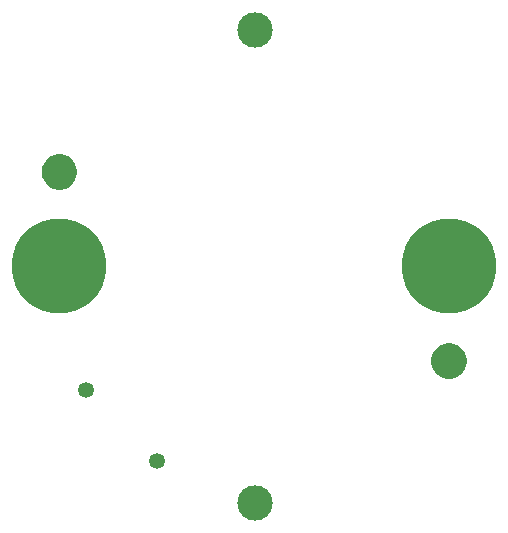
<source format=gbl>
G04*
G04 #@! TF.GenerationSoftware,Altium Limited,Altium Designer,20.1.8 (145)*
G04*
G04 Layer_Physical_Order=2*
G04 Layer_Color=16711680*
%FSTAX43Y43*%
%MOMM*%
G71*
G04*
G04 #@! TF.SameCoordinates,4CD76DC4-311B-4E25-801D-5A3FBB03E2DD*
G04*
G04*
G04 #@! TF.FilePolarity,Positive*
G04*
G01*
G75*
%ADD13C,8.000*%
%ADD14C,3.000*%
%ADD15C,1.350*%
G36*
X0082874Y0083979D02*
X0083146Y0083866D01*
X0083391Y0083703D01*
X0083599Y0083494D01*
X0083763Y0083249D01*
X0083876Y0082977D01*
X0083933Y0082688D01*
Y0082389D01*
X0083875Y0082099D01*
X0083762Y0081826D01*
X0083598Y008158D01*
X0083389Y0081371D01*
X0083144Y0081207D01*
X0082871Y0081094D01*
X0082581Y0081037D01*
X008228D01*
X0081991Y0081094D01*
X0081719Y0081207D01*
X0081475Y008137D01*
X0081266Y0081578D01*
X0081103Y0081823D01*
X008099Y0082094D01*
X0080933Y0082383D01*
Y0082684D01*
X008099Y0082972D01*
X0081103Y0083244D01*
X0081266Y0083489D01*
X0081474Y0083697D01*
X0081719Y008386D01*
X0081991Y0083973D01*
X0082279Y008403D01*
X0082427Y008403D01*
X0082438Y0084036D01*
Y0084036D01*
X0082585D01*
X0082874Y0083979D01*
D02*
G37*
G36*
X0115869Y0067982D02*
X0116141Y0067869D01*
X0116386Y0067706D01*
X0116594Y0067498D01*
X0116758Y0067253D01*
X0116871Y0066981D01*
X0116928Y0066692D01*
Y0066392D01*
X0116871Y0066102D01*
X0116758Y0065829D01*
X0116593Y0065583D01*
X0116384Y0065375D01*
X0116139Y006521D01*
X0115866Y0065097D01*
X0115576Y006504D01*
X0115275D01*
X0114986Y0065097D01*
X0114714Y006521D01*
X011447Y0065373D01*
X0114262Y0065581D01*
X0114098Y0065826D01*
X0113986Y0066098D01*
X0113928Y0066386D01*
Y0066687D01*
X0113986Y0066975D01*
X0114098Y0067247D01*
X0114262Y0067492D01*
X011447Y00677D01*
X0114714Y0067863D01*
X0114986Y0067976D01*
X0115275Y0068033D01*
X0115422Y0068033D01*
X0115433Y006804D01*
Y006804D01*
X011558D01*
X0115869Y0067982D01*
D02*
G37*
D13*
X0082433Y0074549D02*
D03*
X0115433D02*
D03*
D14*
X0098997Y0094549D02*
D03*
Y0054549D02*
D03*
D15*
X0090683Y0058049D02*
D03*
X0084683Y0064049D02*
D03*
M02*

</source>
